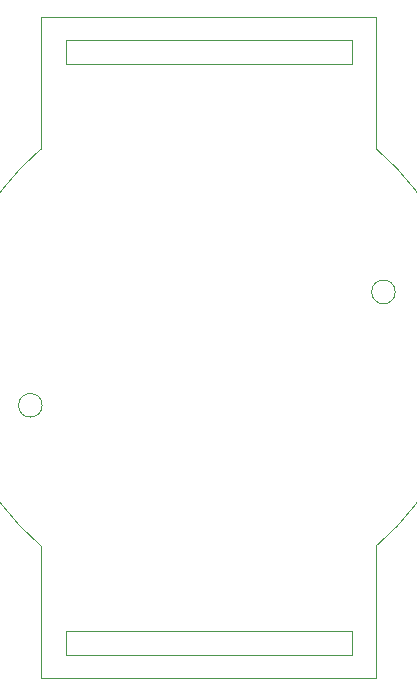
<source format=gbr>
%TF.GenerationSoftware,KiCad,Pcbnew,5.1.8-1.fc33*%
%TF.CreationDate,2020-12-06T10:48:52+01:00*%
%TF.ProjectId,base,62617365-2e6b-4696-9361-645f70636258,rev?*%
%TF.SameCoordinates,Original*%
%TF.FileFunction,Profile,NP*%
%FSLAX46Y46*%
G04 Gerber Fmt 4.6, Leading zero omitted, Abs format (unit mm)*
G04 Created by KiCad (PCBNEW 5.1.8-1.fc33) date 2020-12-06 10:48:52*
%MOMM*%
%LPD*%
G01*
G04 APERTURE LIST*
%TA.AperFunction,Profile*%
%ADD10C,0.050000*%
%TD*%
G04 APERTURE END LIST*
D10*
X144199999Y-73200001D02*
G75*
G02*
X144199999Y-106799999I-14199999J-16799999D01*
G01*
X115800001Y-106799999D02*
G75*
G02*
X115800001Y-73200001I14199999J16799999D01*
G01*
X142100000Y-116000000D02*
X117900000Y-116000000D01*
X117900000Y-114000000D02*
X142100000Y-114000000D01*
X117900000Y-116000000D02*
X117900000Y-114000000D01*
X142100000Y-114000000D02*
X142100000Y-116000000D01*
X144200000Y-106800000D02*
X144200000Y-118000000D01*
X115800000Y-106800000D02*
X115800000Y-118000000D01*
X144200000Y-118000000D02*
X115800000Y-118000000D01*
X117900000Y-66000000D02*
X117900000Y-64000000D01*
X142100000Y-66000000D02*
X117900000Y-66000000D01*
X142100000Y-64000000D02*
X142100000Y-66000000D01*
X117900000Y-64000000D02*
X142100000Y-64000000D01*
X144200000Y-73200000D02*
X144200000Y-62000000D01*
X115800000Y-62000000D02*
X144200000Y-62000000D01*
X115800000Y-73200000D02*
X115800000Y-62000000D01*
X115900000Y-94900000D02*
G75*
G03*
X115900000Y-94900000I-1000000J0D01*
G01*
X145800000Y-85300000D02*
G75*
G03*
X145800000Y-85300000I-1000000J0D01*
G01*
M02*

</source>
